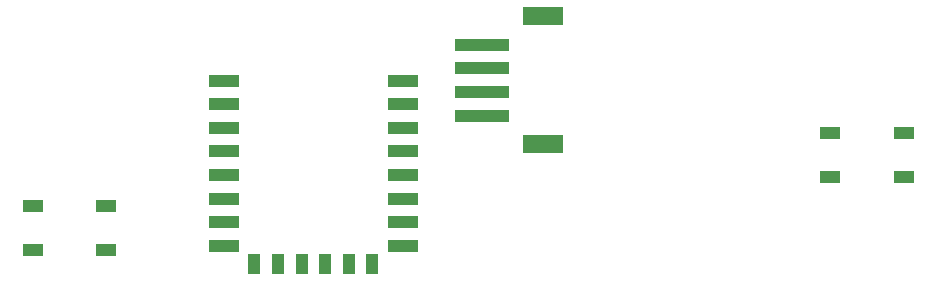
<source format=gbr>
%TF.GenerationSoftware,KiCad,Pcbnew,5.1.9+dfsg1-1*%
%TF.CreationDate,2021-11-29T12:28:50+01:00*%
%TF.ProjectId,Esp8266AquariumLight,45737038-3236-4364-9171-75617269756d,rev?*%
%TF.SameCoordinates,Original*%
%TF.FileFunction,Paste,Bot*%
%TF.FilePolarity,Positive*%
%FSLAX46Y46*%
G04 Gerber Fmt 4.6, Leading zero omitted, Abs format (unit mm)*
G04 Created by KiCad (PCBNEW 5.1.9+dfsg1-1) date 2021-11-29 12:28:50*
%MOMM*%
%LPD*%
G01*
G04 APERTURE LIST*
%ADD10R,2.500000X1.000000*%
%ADD11R,1.000000X1.800000*%
%ADD12R,1.800000X1.100000*%
%ADD13R,4.599940X0.998220*%
%ADD14R,3.398520X1.597660*%
G04 APERTURE END LIST*
D10*
%TO.C,U2*%
X133950000Y-108925000D03*
X133950000Y-110925000D03*
X133950000Y-112925000D03*
X133950000Y-114925000D03*
X133950000Y-116925000D03*
X133950000Y-118925000D03*
X133950000Y-120925000D03*
X133950000Y-122925000D03*
D11*
X136550000Y-124425000D03*
X138550000Y-124425000D03*
X140550000Y-124425000D03*
X142550000Y-124425000D03*
X144550000Y-124425000D03*
X146550000Y-124425000D03*
D10*
X149150000Y-122925000D03*
X149150000Y-120925000D03*
X149150000Y-118925000D03*
X149150000Y-116925000D03*
X149150000Y-114925000D03*
X149150000Y-112925000D03*
X149150000Y-110925000D03*
X149150000Y-108925000D03*
%TD*%
D12*
%TO.C,SW3*%
X117804000Y-123262000D03*
X124004000Y-123262000D03*
X117804000Y-119562000D03*
X124004000Y-119562000D03*
%TD*%
%TO.C,SW2*%
X185320000Y-117080000D03*
X191520000Y-117080000D03*
X185320000Y-113380000D03*
X191520000Y-113380000D03*
%TD*%
D13*
%TO.C,J4*%
X155782520Y-105890000D03*
X155782520Y-111888980D03*
X155782520Y-109890000D03*
X155782520Y-107891020D03*
D14*
X160979360Y-114289280D03*
X160979360Y-103490720D03*
%TD*%
M02*

</source>
